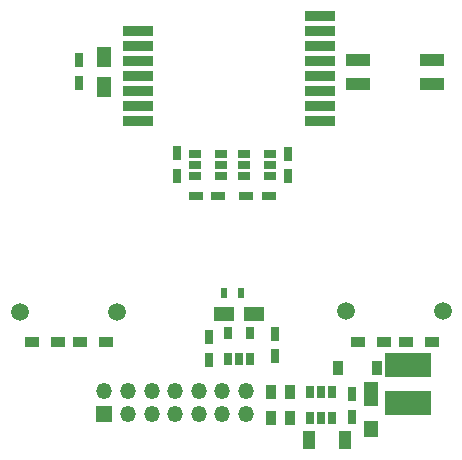
<source format=gts>
G04 #@! TF.GenerationSoftware,KiCad,Pcbnew,no-vcs-found-d37a337~58~ubuntu16.04.1*
G04 #@! TF.CreationDate,2017-06-27T16:54:46+03:00*
G04 #@! TF.ProjectId,livolo_2_channels_1way_eu_switch,6C69766F6C6F5F325F6368616E6E656C,rev?*
G04 #@! TF.FileFunction,Soldermask,Top*
G04 #@! TF.FilePolarity,Negative*
%FSLAX46Y46*%
G04 Gerber Fmt 4.6, Leading zero omitted, Abs format (unit mm)*
G04 Created by KiCad (PCBNEW no-vcs-found-d37a337~58~ubuntu16.04.1) date Tue Jun 27 16:54:46 2017*
%MOMM*%
%LPD*%
G01*
G04 APERTURE LIST*
%ADD10C,0.100000*%
%ADD11R,2.000000X1.000000*%
%ADD12R,2.500000X0.812800*%
%ADD13R,4.000000X2.000000*%
%ADD14R,1.200000X2.000000*%
%ADD15R,1.200000X1.400000*%
%ADD16R,0.900000X1.200000*%
%ADD17R,0.650000X1.060000*%
%ADD18R,1.750000X1.260000*%
%ADD19C,1.500000*%
%ADD20R,0.750000X1.200000*%
%ADD21R,1.200000X0.750000*%
%ADD22R,1.200000X0.900000*%
%ADD23R,1.060000X0.650000*%
%ADD24R,0.500000X0.900000*%
%ADD25O,1.350000X1.350000*%
%ADD26R,1.350000X1.350000*%
%ADD27R,1.260000X1.750000*%
%ADD28R,1.000000X1.600000*%
G04 APERTURE END LIST*
D10*
D11*
X159400000Y-81600000D03*
X153150000Y-81600000D03*
X159400000Y-79600000D03*
X153150000Y-79600000D03*
D12*
X134500000Y-84710000D03*
X149946000Y-84710000D03*
X134500000Y-83440000D03*
X149946000Y-83440000D03*
X134500000Y-82170000D03*
X149946000Y-82170000D03*
X134500000Y-80900000D03*
X149946000Y-80900000D03*
X134500000Y-79630000D03*
X149946000Y-79630000D03*
X134500000Y-78360000D03*
X149946000Y-78360000D03*
X134500000Y-77090000D03*
X149946000Y-77090000D03*
X149946000Y-75820000D03*
D13*
X157400000Y-105350000D03*
X157400000Y-108600000D03*
D14*
X154200000Y-107800000D03*
D15*
X154200000Y-110800000D03*
D16*
X145800000Y-107700000D03*
X145800000Y-109900000D03*
D17*
X150000000Y-109900000D03*
X150950000Y-109900000D03*
X149050000Y-109900000D03*
X149050000Y-107700000D03*
X150000000Y-107700000D03*
X150950000Y-107700000D03*
D18*
X141775000Y-101092000D03*
X144325000Y-101092000D03*
D19*
X152100000Y-100850000D03*
X160300000Y-100850000D03*
X132700000Y-100900000D03*
X124500000Y-100900000D03*
D20*
X140500000Y-104950000D03*
X140500000Y-103050000D03*
X146100000Y-104650000D03*
X146100000Y-102750000D03*
X152600000Y-109750000D03*
X152600000Y-107850000D03*
D21*
X145550000Y-91100000D03*
X143650000Y-91100000D03*
D20*
X137800000Y-89350000D03*
X137800000Y-87450000D03*
X147200000Y-87500000D03*
X147200000Y-89400000D03*
D21*
X139400000Y-91100000D03*
X141300000Y-91100000D03*
D16*
X154750000Y-105600000D03*
X151450000Y-105600000D03*
X147400000Y-109900000D03*
X147400000Y-107700000D03*
D22*
X155300000Y-103400000D03*
X153100000Y-103400000D03*
X157200000Y-103400000D03*
X159400000Y-103400000D03*
X129600000Y-103400000D03*
X131800000Y-103400000D03*
X127700000Y-103400000D03*
X125500000Y-103400000D03*
D17*
X142100000Y-102650000D03*
X144000000Y-102650000D03*
X144000000Y-104850000D03*
X143050000Y-104850000D03*
X142100000Y-104850000D03*
D23*
X145700000Y-88450000D03*
X145700000Y-87500000D03*
X145700000Y-89400000D03*
X143500000Y-89400000D03*
X143500000Y-88450000D03*
X143500000Y-87500000D03*
X139300000Y-87500000D03*
X139300000Y-88450000D03*
X139300000Y-89400000D03*
X141500000Y-89400000D03*
X141500000Y-87500000D03*
X141500000Y-88450000D03*
D24*
X141750000Y-99300000D03*
X143250000Y-99300000D03*
D25*
X143650000Y-107550000D03*
X143650000Y-109550000D03*
X141650000Y-107550000D03*
X141650000Y-109550000D03*
X139650000Y-107550000D03*
X139650000Y-109550000D03*
X137650000Y-107550000D03*
X137650000Y-109550000D03*
X135650000Y-107550000D03*
X135650000Y-109550000D03*
X133650000Y-107550000D03*
X133650000Y-109550000D03*
X131650000Y-107550000D03*
D26*
X131650000Y-109550000D03*
D27*
X131600000Y-81875000D03*
X131600000Y-79325000D03*
D20*
X129500000Y-79600000D03*
X129500000Y-81500000D03*
D28*
X152000000Y-111700000D03*
X149000000Y-111700000D03*
M02*

</source>
